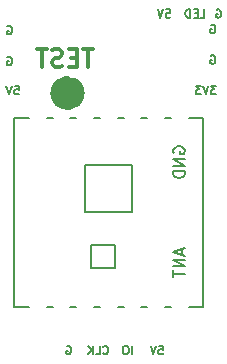
<source format=gbr>
G04 #@! TF.FileFunction,Legend,Bot*
%FSLAX46Y46*%
G04 Gerber Fmt 4.6, Leading zero omitted, Abs format (unit mm)*
G04 Created by KiCad (PCBNEW 4.0.7-e2-6376~61~ubuntu18.04.1) date Sun Jul  8 15:07:32 2018*
%MOMM*%
%LPD*%
G01*
G04 APERTURE LIST*
%ADD10C,0.100000*%
%ADD11C,0.175000*%
%ADD12C,1.500000*%
%ADD13C,0.300000*%
%ADD14C,0.150000*%
%ADD15C,0.203200*%
G04 APERTURE END LIST*
D10*
D11*
X126566667Y-136816667D02*
X126133334Y-136816667D01*
X126366667Y-137083333D01*
X126266667Y-137083333D01*
X126200000Y-137116667D01*
X126166667Y-137150000D01*
X126133334Y-137216667D01*
X126133334Y-137383333D01*
X126166667Y-137450000D01*
X126200000Y-137483333D01*
X126266667Y-137516667D01*
X126466667Y-137516667D01*
X126533334Y-137483333D01*
X126566667Y-137450000D01*
X125933333Y-136816667D02*
X125700000Y-137516667D01*
X125466667Y-136816667D01*
X125300000Y-136816667D02*
X124866667Y-136816667D01*
X125100000Y-137083333D01*
X125000000Y-137083333D01*
X124933333Y-137116667D01*
X124900000Y-137150000D01*
X124866667Y-137216667D01*
X124866667Y-137383333D01*
X124900000Y-137450000D01*
X124933333Y-137483333D01*
X125000000Y-137516667D01*
X125200000Y-137516667D01*
X125266667Y-137483333D01*
X125300000Y-137450000D01*
X109533333Y-136816667D02*
X109866666Y-136816667D01*
X109900000Y-137150000D01*
X109866666Y-137116667D01*
X109800000Y-137083333D01*
X109633333Y-137083333D01*
X109566666Y-137116667D01*
X109533333Y-137150000D01*
X109500000Y-137216667D01*
X109500000Y-137383333D01*
X109533333Y-137450000D01*
X109566666Y-137483333D01*
X109633333Y-137516667D01*
X109800000Y-137516667D01*
X109866666Y-137483333D01*
X109900000Y-137450000D01*
X109299999Y-136816667D02*
X109066666Y-137516667D01*
X108833333Y-136816667D01*
X108916667Y-134350000D02*
X108983333Y-134316667D01*
X109083333Y-134316667D01*
X109183333Y-134350000D01*
X109250000Y-134416667D01*
X109283333Y-134483333D01*
X109316667Y-134616667D01*
X109316667Y-134716667D01*
X109283333Y-134850000D01*
X109250000Y-134916667D01*
X109183333Y-134983333D01*
X109083333Y-135016667D01*
X109016667Y-135016667D01*
X108916667Y-134983333D01*
X108883333Y-134950000D01*
X108883333Y-134716667D01*
X109016667Y-134716667D01*
X108916667Y-131750000D02*
X108983333Y-131716667D01*
X109083333Y-131716667D01*
X109183333Y-131750000D01*
X109250000Y-131816667D01*
X109283333Y-131883333D01*
X109316667Y-132016667D01*
X109316667Y-132116667D01*
X109283333Y-132250000D01*
X109250000Y-132316667D01*
X109183333Y-132383333D01*
X109083333Y-132416667D01*
X109016667Y-132416667D01*
X108916667Y-132383333D01*
X108883333Y-132350000D01*
X108883333Y-132116667D01*
X109016667Y-132116667D01*
X126116667Y-134250000D02*
X126183333Y-134216667D01*
X126283333Y-134216667D01*
X126383333Y-134250000D01*
X126450000Y-134316667D01*
X126483333Y-134383333D01*
X126516667Y-134516667D01*
X126516667Y-134616667D01*
X126483333Y-134750000D01*
X126450000Y-134816667D01*
X126383333Y-134883333D01*
X126283333Y-134916667D01*
X126216667Y-134916667D01*
X126116667Y-134883333D01*
X126083333Y-134850000D01*
X126083333Y-134616667D01*
X126216667Y-134616667D01*
X126116667Y-131650000D02*
X126183333Y-131616667D01*
X126283333Y-131616667D01*
X126383333Y-131650000D01*
X126450000Y-131716667D01*
X126483333Y-131783333D01*
X126516667Y-131916667D01*
X126516667Y-132016667D01*
X126483333Y-132150000D01*
X126450000Y-132216667D01*
X126383333Y-132283333D01*
X126283333Y-132316667D01*
X126216667Y-132316667D01*
X126116667Y-132283333D01*
X126083333Y-132250000D01*
X126083333Y-132016667D01*
X126216667Y-132016667D01*
X113916667Y-158850000D02*
X113983333Y-158816667D01*
X114083333Y-158816667D01*
X114183333Y-158850000D01*
X114250000Y-158916667D01*
X114283333Y-158983333D01*
X114316667Y-159116667D01*
X114316667Y-159216667D01*
X114283333Y-159350000D01*
X114250000Y-159416667D01*
X114183333Y-159483333D01*
X114083333Y-159516667D01*
X114016667Y-159516667D01*
X113916667Y-159483333D01*
X113883333Y-159450000D01*
X113883333Y-159216667D01*
X114016667Y-159216667D01*
X117016666Y-159450000D02*
X117050000Y-159483333D01*
X117150000Y-159516667D01*
X117216666Y-159516667D01*
X117316666Y-159483333D01*
X117383333Y-159416667D01*
X117416666Y-159350000D01*
X117450000Y-159216667D01*
X117450000Y-159116667D01*
X117416666Y-158983333D01*
X117383333Y-158916667D01*
X117316666Y-158850000D01*
X117216666Y-158816667D01*
X117150000Y-158816667D01*
X117050000Y-158850000D01*
X117016666Y-158883333D01*
X116383333Y-159516667D02*
X116716666Y-159516667D01*
X116716666Y-158816667D01*
X116149999Y-159516667D02*
X116149999Y-158816667D01*
X115749999Y-159516667D02*
X116049999Y-159116667D01*
X115749999Y-158816667D02*
X116149999Y-159216667D01*
X119466666Y-159516667D02*
X119466666Y-158816667D01*
X119000000Y-158816667D02*
X118866667Y-158816667D01*
X118800000Y-158850000D01*
X118733333Y-158916667D01*
X118700000Y-159050000D01*
X118700000Y-159283333D01*
X118733333Y-159416667D01*
X118800000Y-159483333D01*
X118866667Y-159516667D01*
X119000000Y-159516667D01*
X119066667Y-159483333D01*
X119133333Y-159416667D01*
X119166667Y-159283333D01*
X119166667Y-159050000D01*
X119133333Y-158916667D01*
X119066667Y-158850000D01*
X119000000Y-158816667D01*
X121733333Y-158816667D02*
X122066666Y-158816667D01*
X122100000Y-159150000D01*
X122066666Y-159116667D01*
X122000000Y-159083333D01*
X121833333Y-159083333D01*
X121766666Y-159116667D01*
X121733333Y-159150000D01*
X121700000Y-159216667D01*
X121700000Y-159383333D01*
X121733333Y-159450000D01*
X121766666Y-159483333D01*
X121833333Y-159516667D01*
X122000000Y-159516667D01*
X122066666Y-159483333D01*
X122100000Y-159450000D01*
X121499999Y-158816667D02*
X121266666Y-159516667D01*
X121033333Y-158816667D01*
X122333333Y-130316667D02*
X122666666Y-130316667D01*
X122700000Y-130650000D01*
X122666666Y-130616667D01*
X122600000Y-130583333D01*
X122433333Y-130583333D01*
X122366666Y-130616667D01*
X122333333Y-130650000D01*
X122300000Y-130716667D01*
X122300000Y-130883333D01*
X122333333Y-130950000D01*
X122366666Y-130983333D01*
X122433333Y-131016667D01*
X122600000Y-131016667D01*
X122666666Y-130983333D01*
X122700000Y-130950000D01*
X122099999Y-130316667D02*
X121866666Y-131016667D01*
X121633333Y-130316667D01*
X125250000Y-131016667D02*
X125583333Y-131016667D01*
X125583333Y-130316667D01*
X125016666Y-130650000D02*
X124783333Y-130650000D01*
X124683333Y-131016667D02*
X125016666Y-131016667D01*
X125016666Y-130316667D01*
X124683333Y-130316667D01*
X124383333Y-131016667D02*
X124383333Y-130316667D01*
X124216667Y-130316667D01*
X124116667Y-130350000D01*
X124050000Y-130416667D01*
X124016667Y-130483333D01*
X123983333Y-130616667D01*
X123983333Y-130716667D01*
X124016667Y-130850000D01*
X124050000Y-130916667D01*
X124116667Y-130983333D01*
X124216667Y-131016667D01*
X124383333Y-131016667D01*
X126616667Y-130350000D02*
X126683333Y-130316667D01*
X126783333Y-130316667D01*
X126883333Y-130350000D01*
X126950000Y-130416667D01*
X126983333Y-130483333D01*
X127016667Y-130616667D01*
X127016667Y-130716667D01*
X126983333Y-130850000D01*
X126950000Y-130916667D01*
X126883333Y-130983333D01*
X126783333Y-131016667D01*
X126716667Y-131016667D01*
X126616667Y-130983333D01*
X126583333Y-130950000D01*
X126583333Y-130716667D01*
X126716667Y-130716667D01*
D12*
X114700000Y-137400000D02*
G75*
G03X114700000Y-137400000I-700000J0D01*
G01*
D13*
X116192857Y-133678571D02*
X115335714Y-133678571D01*
X115764285Y-135178571D02*
X115764285Y-133678571D01*
X114835714Y-134392857D02*
X114335714Y-134392857D01*
X114121428Y-135178571D02*
X114835714Y-135178571D01*
X114835714Y-133678571D01*
X114121428Y-133678571D01*
X113550000Y-135107143D02*
X113335714Y-135178571D01*
X112978571Y-135178571D01*
X112835714Y-135107143D01*
X112764285Y-135035714D01*
X112692857Y-134892857D01*
X112692857Y-134750000D01*
X112764285Y-134607143D01*
X112835714Y-134535714D01*
X112978571Y-134464286D01*
X113264285Y-134392857D01*
X113407143Y-134321429D01*
X113478571Y-134250000D01*
X113550000Y-134107143D01*
X113550000Y-133964286D01*
X113478571Y-133821429D01*
X113407143Y-133750000D01*
X113264285Y-133678571D01*
X112907143Y-133678571D01*
X112692857Y-133750000D01*
X112264286Y-133678571D02*
X111407143Y-133678571D01*
X111835714Y-135178571D02*
X111835714Y-133678571D01*
D14*
X124250520Y-155498080D02*
X125500520Y-155498080D01*
X122250520Y-155498080D02*
X122750520Y-155498080D01*
X120250520Y-155498080D02*
X120750520Y-155498080D01*
X118250520Y-155498080D02*
X118750520Y-155498080D01*
X116250520Y-155498080D02*
X116750520Y-155498080D01*
X114250520Y-155498080D02*
X114750520Y-155498080D01*
X112250520Y-155498080D02*
X112750520Y-155498080D01*
X109500520Y-155498080D02*
X110750520Y-155498080D01*
X110750520Y-139498080D02*
X109500520Y-139498080D01*
X112750520Y-139498080D02*
X112250520Y-139498080D01*
X114750520Y-139498080D02*
X114250520Y-139498080D01*
X116750520Y-139498080D02*
X116250520Y-139498080D01*
X118750520Y-139498080D02*
X118250520Y-139498080D01*
X120750520Y-139498080D02*
X120250520Y-139498080D01*
X122750520Y-139498080D02*
X122250520Y-139498080D01*
X125500520Y-139498080D02*
X124250520Y-139498080D01*
D15*
X125498980Y-155496540D02*
X125498980Y-139499620D01*
X109502060Y-139499620D02*
X109502060Y-155496540D01*
X119499500Y-147496040D02*
X115501540Y-147496040D01*
X115501540Y-147496040D02*
X115501540Y-143498080D01*
X115501540Y-143498080D02*
X119499500Y-143498080D01*
X119499500Y-143498080D02*
X119499500Y-147496040D01*
X116002680Y-152249100D02*
X117999120Y-152249100D01*
X117999120Y-150250120D02*
X117999120Y-152249100D01*
X116002680Y-150250120D02*
X117999120Y-150250120D01*
X116002680Y-150250120D02*
X116002680Y-152249100D01*
D14*
X123667187Y-150605223D02*
X123667187Y-151081414D01*
X123952901Y-150509985D02*
X122952901Y-150843318D01*
X123952901Y-151176652D01*
X123952901Y-151509985D02*
X122952901Y-151509985D01*
X123952901Y-152081414D01*
X122952901Y-152081414D01*
X122952901Y-152414747D02*
X122952901Y-152986176D01*
X123952901Y-152700461D02*
X122952901Y-152700461D01*
X123000520Y-142486176D02*
X122952901Y-142390938D01*
X122952901Y-142248081D01*
X123000520Y-142105223D01*
X123095758Y-142009985D01*
X123190996Y-141962366D01*
X123381472Y-141914747D01*
X123524330Y-141914747D01*
X123714806Y-141962366D01*
X123810044Y-142009985D01*
X123905282Y-142105223D01*
X123952901Y-142248081D01*
X123952901Y-142343319D01*
X123905282Y-142486176D01*
X123857663Y-142533795D01*
X123524330Y-142533795D01*
X123524330Y-142343319D01*
X123952901Y-142962366D02*
X122952901Y-142962366D01*
X123952901Y-143533795D01*
X122952901Y-143533795D01*
X123952901Y-144009985D02*
X122952901Y-144009985D01*
X122952901Y-144248080D01*
X123000520Y-144390938D01*
X123095758Y-144486176D01*
X123190996Y-144533795D01*
X123381472Y-144581414D01*
X123524330Y-144581414D01*
X123714806Y-144533795D01*
X123810044Y-144486176D01*
X123905282Y-144390938D01*
X123952901Y-144248080D01*
X123952901Y-144009985D01*
M02*

</source>
